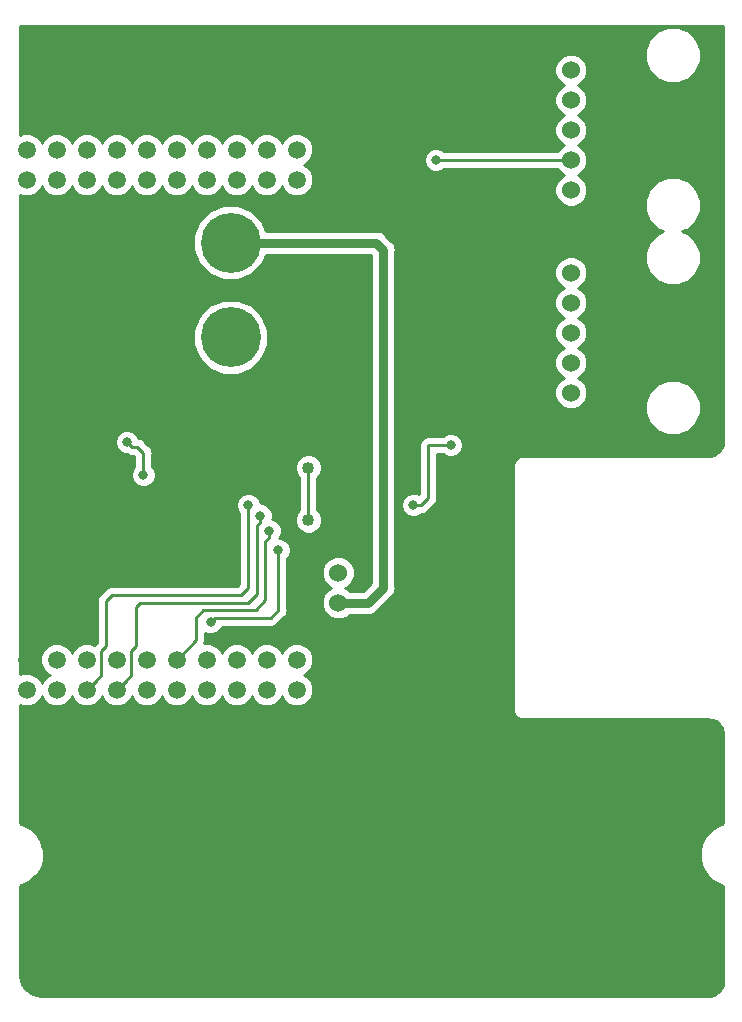
<source format=gbr>
G04 #@! TF.GenerationSoftware,KiCad,Pcbnew,(5.0.0)*
G04 #@! TF.CreationDate,2018-09-29T17:06:36-05:00*
G04 #@! TF.ProjectId,DriveBoard_Hardware,4472697665426F6172645F4861726477,rev?*
G04 #@! TF.SameCoordinates,Original*
G04 #@! TF.FileFunction,Copper,L2,Bot,Signal*
G04 #@! TF.FilePolarity,Positive*
%FSLAX46Y46*%
G04 Gerber Fmt 4.6, Leading zero omitted, Abs format (unit mm)*
G04 Created by KiCad (PCBNEW (5.0.0)) date 09/29/18 17:06:36*
%MOMM*%
%LPD*%
G01*
G04 APERTURE LIST*
G04 #@! TA.AperFunction,ComponentPad*
%ADD10C,1.524000*%
G04 #@! TD*
G04 #@! TA.AperFunction,ComponentPad*
%ADD11C,5.080000*%
G04 #@! TD*
G04 #@! TA.AperFunction,ComponentPad*
%ADD12C,1.520000*%
G04 #@! TD*
G04 #@! TA.AperFunction,ViaPad*
%ADD13C,0.800000*%
G04 #@! TD*
G04 #@! TA.AperFunction,ViaPad*
%ADD14C,1.016000*%
G04 #@! TD*
G04 #@! TA.AperFunction,Conductor*
%ADD15C,0.762000*%
G04 #@! TD*
G04 #@! TA.AperFunction,Conductor*
%ADD16C,0.254000*%
G04 #@! TD*
G04 #@! TA.AperFunction,Conductor*
%ADD17C,0.250000*%
G04 #@! TD*
G04 APERTURE END LIST*
D10*
G04 #@! TO.P,U3,1*
G04 #@! TO.N,/+12V*
X55880000Y-93980000D03*
G04 #@! TO.P,U3,2*
G04 #@! TO.N,GND*
X55880000Y-91440000D03*
G04 #@! TO.P,U3,3*
G04 #@! TO.N,+5V*
X55880000Y-88900000D03*
G04 #@! TD*
D11*
G04 #@! TO.P,Conn1,1*
G04 #@! TO.N,GND*
X46761400Y-71502000D03*
G04 #@! TO.P,Conn1,2*
G04 #@! TO.N,/+12V*
X46761400Y-63501000D03*
G04 #@! TD*
D10*
G04 #@! TO.P,Conn2,1*
G04 #@! TO.N,Net-(Conn2-Pad1)*
X75565000Y-66040000D03*
G04 #@! TO.P,Conn2,2*
G04 #@! TO.N,Net-(Conn2-Pad2)*
X75565000Y-68580000D03*
G04 #@! TO.P,Conn2,3*
G04 #@! TO.N,GND*
X75565000Y-71120000D03*
G04 #@! TO.P,Conn2,4*
G04 #@! TO.N,TX_1_SL*
X75565000Y-73660000D03*
G04 #@! TO.P,Conn2,5*
G04 #@! TO.N,RX_1_SL*
X75565000Y-76200000D03*
G04 #@! TD*
G04 #@! TO.P,Conn3,5*
G04 #@! TO.N,RX_2_SL*
X75565000Y-59055000D03*
G04 #@! TO.P,Conn3,4*
G04 #@! TO.N,TX_2_SL*
X75565000Y-56515000D03*
G04 #@! TO.P,Conn3,3*
G04 #@! TO.N,GND*
X75565000Y-53975000D03*
G04 #@! TO.P,Conn3,2*
G04 #@! TO.N,Net-(Conn3-Pad2)*
X75565000Y-51435000D03*
G04 #@! TO.P,Conn3,1*
G04 #@! TO.N,Net-(Conn3-Pad1)*
X75565000Y-48895000D03*
G04 #@! TD*
D12*
G04 #@! TO.P,U1,+3V3*
G04 #@! TO.N,Net-(U1-Pad+3V3)*
X29489001Y-101345001D03*
G04 #@! TO.P,U1,PM6*
G04 #@! TO.N,Net-(U1-PadPM6)*
X52349001Y-55625001D03*
G04 #@! TO.P,U1,PQ1*
G04 #@! TO.N,Net-(U1-PadPQ1)*
X49809001Y-55625001D03*
G04 #@! TO.P,U1,PQ2*
G04 #@! TO.N,Net-(U1-PadPQ2)*
X42189001Y-55625001D03*
G04 #@! TO.P,U1,PK0*
G04 #@! TO.N,RX_2_IC*
X39649001Y-98805001D03*
G04 #@! TO.P,U1,PQ3*
G04 #@! TO.N,Net-(U1-PadPQ3)*
X44729001Y-55625001D03*
G04 #@! TO.P,U1,PP3*
G04 #@! TO.N,Net-(U1-PadPP3)*
X47269001Y-55625001D03*
G04 #@! TO.P,U1,PQ0*
G04 #@! TO.N,Net-(U1-PadPQ0)*
X44729001Y-101345001D03*
G04 #@! TO.P,U1,PA4*
G04 #@! TO.N,Net-(U1-PadPA4)*
X49809001Y-98805001D03*
G04 #@! TO.P,U1,Rese*
G04 #@! TO.N,Net-(U1-PadRese)*
X39649001Y-55625001D03*
G04 #@! TO.P,U1,PA7*
G04 #@! TO.N,Net-(U1-PadPA7)*
X37109001Y-55625001D03*
G04 #@! TO.P,U1,PN5*
G04 #@! TO.N,Net-(U1-PadPN5)*
X49809001Y-101345001D03*
G04 #@! TO.P,U1,PK2*
G04 #@! TO.N,Net-(U1-PadPK2)*
X44729001Y-98805001D03*
G04 #@! TO.P,U1,PK1*
G04 #@! TO.N,TX_2_IC*
X42189001Y-98805001D03*
G04 #@! TO.P,U1,+5V*
G04 #@! TO.N,+5V*
X29489001Y-98805001D03*
G04 #@! TO.P,U1,GND*
G04 #@! TO.N,GND*
X32029001Y-98805001D03*
G04 #@! TO.P,U1,PB4*
G04 #@! TO.N,Net-(U1-PadPB4)*
X34569001Y-98805001D03*
G04 #@! TO.P,U1,PB5*
G04 #@! TO.N,Net-(U1-PadPB5)*
X37109001Y-98805001D03*
G04 #@! TO.P,U1,PK3*
G04 #@! TO.N,Net-(U1-PadPK3)*
X47269001Y-98805001D03*
G04 #@! TO.P,U1,PA5*
G04 #@! TO.N,Net-(U1-PadPA5)*
X52349001Y-98805001D03*
G04 #@! TO.P,U1,PD2*
G04 #@! TO.N,Net-(U1-PadPD2)*
X32029001Y-101345001D03*
G04 #@! TO.P,U1,PP0*
G04 #@! TO.N,RX_1_IC*
X34569001Y-101345001D03*
G04 #@! TO.P,U1,PP1*
G04 #@! TO.N,TX_1_IC*
X37109001Y-101345001D03*
G04 #@! TO.P,U1,PD4*
G04 #@! TO.N,Net-(U1-PadPD4)*
X39649001Y-101345001D03*
G04 #@! TO.P,U1,PD5*
G04 #@! TO.N,Net-(U1-PadPD5)*
X42189001Y-101345001D03*
G04 #@! TO.P,U1,PP4*
G04 #@! TO.N,Net-(U1-PadPP4)*
X47269001Y-101345001D03*
G04 #@! TO.P,U1,PN4*
G04 #@! TO.N,Net-(U1-PadPN4)*
X52349001Y-101345001D03*
G04 #@! TO.P,U1,PG1*
G04 #@! TO.N,Net-(U1-PadPG1)*
X29489001Y-58165001D03*
G04 #@! TO.P,U1,PK4*
G04 #@! TO.N,Net-(U1-PadPK4)*
X32029001Y-58165001D03*
G04 #@! TO.P,U1,PK5*
G04 #@! TO.N,Net-(U1-PadPK5)*
X34569001Y-58165001D03*
G04 #@! TO.P,U1,PM0*
G04 #@! TO.N,Net-(U1-PadPM0)*
X37109001Y-58165001D03*
G04 #@! TO.P,U1,PM1*
G04 #@! TO.N,Net-(U1-PadPM1)*
X39649001Y-58165001D03*
G04 #@! TO.P,U1,PM2*
G04 #@! TO.N,Net-(U1-PadPM2)*
X42189001Y-58165001D03*
G04 #@! TO.P,U1,PH0*
G04 #@! TO.N,Net-(U1-PadPH0)*
X44729001Y-58165001D03*
G04 #@! TO.P,U1,PH1*
G04 #@! TO.N,Net-(U1-PadPH1)*
X47269001Y-58165001D03*
G04 #@! TO.P,U1,PK6*
G04 #@! TO.N,Net-(U1-PadPK6)*
X49809001Y-58165001D03*
G04 #@! TO.P,U1,PK7*
G04 #@! TO.N,Net-(U1-PadPK7)*
X52349001Y-58165001D03*
G04 #@! TO.P,U1,GND*
G04 #@! TO.N,GND*
X29489001Y-55625001D03*
G04 #@! TO.P,U1,PM7*
G04 #@! TO.N,Net-(U1-PadPM7)*
X32029001Y-55625001D03*
G04 #@! TO.P,U1,PP5*
G04 #@! TO.N,Net-(U1-PadPP5)*
X34569001Y-55625001D03*
G04 #@! TD*
D13*
G04 #@! TO.N,Net-(C4-Pad2)*
X39370000Y-83185000D03*
X37973000Y-80391000D03*
G04 #@! TO.N,+5V*
X48260000Y-80645000D03*
X50165000Y-78105000D03*
D14*
G04 #@! TO.N,TX_2_SL*
X53340000Y-82550000D03*
D13*
G04 #@! TO.N,RX_2_SL*
X65405000Y-80645000D03*
X62230000Y-85725000D03*
G04 #@! TO.N,TX_2_SL*
X64135000Y-56515000D03*
D14*
X53340000Y-86995000D03*
D13*
G04 #@! TO.N,RX_2_IC*
X50800000Y-89535000D03*
X45085000Y-95631000D03*
G04 #@! TO.N,TX_2_IC*
X50038000Y-87884000D03*
G04 #@! TO.N,RX_1_IC*
X48260000Y-85725000D03*
G04 #@! TO.N,TX_1_IC*
X49276000Y-86614000D03*
G04 #@! TD*
D15*
G04 #@! TO.N,/+12V*
X59055000Y-63500000D02*
X56287400Y-63500000D01*
X59690000Y-64135000D02*
X59055000Y-63500000D01*
X59690000Y-92710000D02*
X59690000Y-64135000D01*
X58420000Y-93980000D02*
X59690000Y-92710000D01*
X55880000Y-93980000D02*
X58420000Y-93980000D01*
X56286400Y-63501000D02*
X46761400Y-63501000D01*
X56287400Y-63500000D02*
X56286400Y-63501000D01*
D16*
G04 #@! TO.N,Net-(C4-Pad2)*
X37973000Y-80391000D02*
X38372999Y-80790999D01*
X39370000Y-81298999D02*
X38862000Y-80790999D01*
X39370000Y-81407000D02*
X39370000Y-81298999D01*
X38372999Y-80790999D02*
X38862000Y-80790999D01*
X39370000Y-81407000D02*
X39370000Y-81280000D01*
X39370000Y-83185000D02*
X39370000Y-81407000D01*
G04 #@! TO.N,RX_2_SL*
X65405000Y-80645000D02*
X64135000Y-80645000D01*
X64135000Y-80645000D02*
X63500000Y-80645000D01*
X63500000Y-80645000D02*
X63500000Y-85090000D01*
X63500000Y-85090000D02*
X62865000Y-85725000D01*
X62865000Y-85725000D02*
X62230000Y-85725000D01*
D17*
X62230000Y-85725000D02*
X62230000Y-85725000D01*
D16*
G04 #@! TO.N,TX_2_SL*
X75565000Y-56515000D02*
X64135000Y-56515000D01*
D17*
X64135000Y-56515000D02*
X64135000Y-56515000D01*
D16*
X53340000Y-86995000D02*
X53340000Y-82550000D01*
G04 #@! TO.N,RX_2_IC*
X50800000Y-89535000D02*
X50800000Y-94615000D01*
X50800000Y-94615000D02*
X50165000Y-95250000D01*
X45466000Y-95250000D02*
X45085000Y-95631000D01*
X50165000Y-95250000D02*
X45466000Y-95250000D01*
G04 #@! TO.N,TX_2_IC*
X43815000Y-97179002D02*
X42189001Y-98805001D01*
X43815000Y-95250000D02*
X43815000Y-97179002D01*
X44450000Y-94615000D02*
X43815000Y-95250000D01*
X48895000Y-94615000D02*
X44450000Y-94615000D01*
X50038000Y-87884000D02*
X50038000Y-88449685D01*
X50038000Y-88449685D02*
X49657000Y-88830685D01*
X49657000Y-92202000D02*
X49710000Y-92255000D01*
X49710000Y-92255000D02*
X49710000Y-93800000D01*
X49657000Y-88830685D02*
X49657000Y-92202000D01*
X49710000Y-93800000D02*
X48895000Y-94615000D01*
G04 #@! TO.N,RX_1_IC*
X48260000Y-85725000D02*
X48260000Y-92710000D01*
X48260000Y-92710000D02*
X47625000Y-93345000D01*
X35329000Y-100585002D02*
X34569001Y-101345001D01*
X36195000Y-97663000D02*
X35814000Y-98044000D01*
X35814000Y-100100002D02*
X35329000Y-100585002D01*
X35814000Y-98044000D02*
X35814000Y-100100002D01*
X36703000Y-93345000D02*
X36195000Y-93853000D01*
X36195000Y-93853000D02*
X36195000Y-97663000D01*
X47625000Y-93345000D02*
X36703000Y-93345000D01*
G04 #@! TO.N,TX_1_IC*
X48985000Y-93255000D02*
X48260000Y-93980000D01*
X37869000Y-100585002D02*
X37109001Y-101345001D01*
X48985000Y-87470685D02*
X48985000Y-93255000D01*
X49276000Y-87179685D02*
X48985000Y-87470685D01*
X49276000Y-86614000D02*
X49276000Y-87179685D01*
X38735000Y-97663000D02*
X38354000Y-98044000D01*
X38354000Y-100100002D02*
X37869000Y-100585002D01*
X38354000Y-98044000D02*
X38354000Y-100100002D01*
X39116000Y-93980000D02*
X38735000Y-94361000D01*
X38735000Y-94361000D02*
X38735000Y-97663000D01*
X48260000Y-93980000D02*
X39116000Y-93980000D01*
G04 #@! TD*
G04 #@! TO.N,+5V*
G36*
X88469364Y-80213667D02*
X88409310Y-80633009D01*
X88255019Y-80972352D01*
X88011688Y-81254752D01*
X87698879Y-81457506D01*
X87318215Y-81571348D01*
X87121049Y-81586000D01*
X71469326Y-81586000D01*
X71399400Y-81572091D01*
X71329475Y-81586000D01*
X71329474Y-81586000D01*
X71122372Y-81627195D01*
X70887519Y-81784119D01*
X70730595Y-82018972D01*
X70675491Y-82296000D01*
X70689401Y-82365931D01*
X70689400Y-103054074D01*
X70675491Y-103124000D01*
X70730595Y-103401028D01*
X70887519Y-103635881D01*
X71122372Y-103792805D01*
X71281971Y-103824551D01*
X71399400Y-103847909D01*
X71469325Y-103834000D01*
X87096819Y-103834000D01*
X87516409Y-103894090D01*
X87855752Y-104048381D01*
X88138152Y-104291712D01*
X88340906Y-104604523D01*
X88454748Y-104985184D01*
X88469400Y-105182350D01*
X88469401Y-112673281D01*
X88383891Y-112699423D01*
X88291433Y-112726460D01*
X88283559Y-112730098D01*
X87762044Y-112974948D01*
X87681475Y-113027872D01*
X87600327Y-113079768D01*
X87593790Y-113085470D01*
X87161958Y-113466851D01*
X87099496Y-113540244D01*
X87036160Y-113612847D01*
X87031487Y-113620154D01*
X86724054Y-114107407D01*
X86684698Y-114195387D01*
X86644289Y-114282840D01*
X86641857Y-114291160D01*
X86641854Y-114291166D01*
X86641853Y-114291173D01*
X86483534Y-114845118D01*
X86470456Y-114940586D01*
X86456213Y-115035890D01*
X86456213Y-115044564D01*
X86459733Y-115620687D01*
X86473988Y-115716068D01*
X86487054Y-115811455D01*
X86489488Y-115819781D01*
X86654564Y-116371758D01*
X86694991Y-116459250D01*
X86734330Y-116547194D01*
X86739003Y-116554501D01*
X87052366Y-117037961D01*
X87115728Y-117110594D01*
X87178163Y-117183955D01*
X87184696Y-117189654D01*
X87184700Y-117189658D01*
X87184705Y-117189661D01*
X87621159Y-117565734D01*
X87702342Y-117617653D01*
X87782875Y-117670554D01*
X87790746Y-117674190D01*
X87790749Y-117674192D01*
X87790752Y-117674193D01*
X88315217Y-117912653D01*
X88407709Y-117939700D01*
X88469400Y-117958561D01*
X88469401Y-125933412D01*
X88409310Y-126353009D01*
X88255019Y-126692352D01*
X88011688Y-126974752D01*
X87698879Y-127177506D01*
X87318215Y-127291348D01*
X87121049Y-127306000D01*
X30804067Y-127306000D01*
X30305701Y-127243042D01*
X29880511Y-127074697D01*
X29510541Y-126805899D01*
X29219045Y-126453541D01*
X29024333Y-126039756D01*
X28932307Y-125557339D01*
X28929400Y-125464836D01*
X28929400Y-117958719D01*
X29014909Y-117932577D01*
X29107367Y-117905540D01*
X29115241Y-117901902D01*
X29636756Y-117657052D01*
X29717325Y-117604128D01*
X29798473Y-117552232D01*
X29805010Y-117546530D01*
X30236842Y-117165149D01*
X30299287Y-117091776D01*
X30362640Y-117019153D01*
X30367313Y-117011846D01*
X30674746Y-116524593D01*
X30714087Y-116436645D01*
X30754511Y-116349160D01*
X30756945Y-116340835D01*
X30915266Y-115786882D01*
X30928343Y-115691421D01*
X30942587Y-115596111D01*
X30942587Y-115587436D01*
X30939067Y-115011313D01*
X30924814Y-114915943D01*
X30911746Y-114820544D01*
X30909312Y-114812219D01*
X30744236Y-114260241D01*
X30703818Y-114172769D01*
X30664471Y-114084806D01*
X30659797Y-114077499D01*
X30346434Y-113594040D01*
X30283107Y-113521447D01*
X30220637Y-113448045D01*
X30214100Y-113442343D01*
X29777641Y-113066266D01*
X29696458Y-113014347D01*
X29615925Y-112961446D01*
X29608054Y-112957810D01*
X29608051Y-112957808D01*
X29608048Y-112957807D01*
X29083583Y-112719347D01*
X28991091Y-112692300D01*
X28929174Y-112673370D01*
X28925465Y-102621514D01*
X29211518Y-102740001D01*
X29766484Y-102740001D01*
X30279205Y-102527625D01*
X30671625Y-102135205D01*
X30759001Y-101924261D01*
X30846377Y-102135205D01*
X31238797Y-102527625D01*
X31751518Y-102740001D01*
X32306484Y-102740001D01*
X32819205Y-102527625D01*
X33211625Y-102135205D01*
X33299001Y-101924261D01*
X33386377Y-102135205D01*
X33778797Y-102527625D01*
X34291518Y-102740001D01*
X34846484Y-102740001D01*
X35359205Y-102527625D01*
X35751625Y-102135205D01*
X35839001Y-101924261D01*
X35926377Y-102135205D01*
X36318797Y-102527625D01*
X36831518Y-102740001D01*
X37386484Y-102740001D01*
X37899205Y-102527625D01*
X38291625Y-102135205D01*
X38379001Y-101924261D01*
X38466377Y-102135205D01*
X38858797Y-102527625D01*
X39371518Y-102740001D01*
X39926484Y-102740001D01*
X40439205Y-102527625D01*
X40831625Y-102135205D01*
X40919001Y-101924261D01*
X41006377Y-102135205D01*
X41398797Y-102527625D01*
X41911518Y-102740001D01*
X42466484Y-102740001D01*
X42979205Y-102527625D01*
X43371625Y-102135205D01*
X43459001Y-101924261D01*
X43546377Y-102135205D01*
X43938797Y-102527625D01*
X44451518Y-102740001D01*
X45006484Y-102740001D01*
X45519205Y-102527625D01*
X45911625Y-102135205D01*
X45999001Y-101924261D01*
X46086377Y-102135205D01*
X46478797Y-102527625D01*
X46991518Y-102740001D01*
X47546484Y-102740001D01*
X48059205Y-102527625D01*
X48451625Y-102135205D01*
X48539001Y-101924261D01*
X48626377Y-102135205D01*
X49018797Y-102527625D01*
X49531518Y-102740001D01*
X50086484Y-102740001D01*
X50599205Y-102527625D01*
X50991625Y-102135205D01*
X51079001Y-101924261D01*
X51166377Y-102135205D01*
X51558797Y-102527625D01*
X52071518Y-102740001D01*
X52626484Y-102740001D01*
X53139205Y-102527625D01*
X53531625Y-102135205D01*
X53744001Y-101622484D01*
X53744001Y-101067518D01*
X53531625Y-100554797D01*
X53139205Y-100162377D01*
X52928261Y-100075001D01*
X53139205Y-99987625D01*
X53531625Y-99595205D01*
X53744001Y-99082484D01*
X53744001Y-98527518D01*
X53531625Y-98014797D01*
X53139205Y-97622377D01*
X52626484Y-97410001D01*
X52071518Y-97410001D01*
X51558797Y-97622377D01*
X51166377Y-98014797D01*
X51079001Y-98225741D01*
X50991625Y-98014797D01*
X50599205Y-97622377D01*
X50086484Y-97410001D01*
X49531518Y-97410001D01*
X49018797Y-97622377D01*
X48626377Y-98014797D01*
X48539001Y-98225741D01*
X48451625Y-98014797D01*
X48059205Y-97622377D01*
X47546484Y-97410001D01*
X46991518Y-97410001D01*
X46478797Y-97622377D01*
X46086377Y-98014797D01*
X45999001Y-98225741D01*
X45911625Y-98014797D01*
X45519205Y-97622377D01*
X45006484Y-97410001D01*
X44545979Y-97410001D01*
X44577000Y-97254050D01*
X44577000Y-97254049D01*
X44591928Y-97179002D01*
X44577000Y-97103955D01*
X44577000Y-96540856D01*
X44879126Y-96666000D01*
X45290874Y-96666000D01*
X45671280Y-96508431D01*
X45962431Y-96217280D01*
X46047461Y-96012000D01*
X50089957Y-96012000D01*
X50165000Y-96026927D01*
X50240043Y-96012000D01*
X50240048Y-96012000D01*
X50462317Y-95967788D01*
X50714371Y-95799371D01*
X50756883Y-95735747D01*
X51285749Y-95206882D01*
X51349371Y-95164371D01*
X51517788Y-94912317D01*
X51562000Y-94690048D01*
X51562000Y-94690047D01*
X51576928Y-94615000D01*
X51562000Y-94539953D01*
X51562000Y-90236711D01*
X51677431Y-90121280D01*
X51835000Y-89740874D01*
X51835000Y-89329126D01*
X51677431Y-88948720D01*
X51386280Y-88657569D01*
X51005874Y-88500000D01*
X50885711Y-88500000D01*
X50915431Y-88470280D01*
X51073000Y-88089874D01*
X51073000Y-87678126D01*
X50915431Y-87297720D01*
X50624280Y-87006569D01*
X50290872Y-86868467D01*
X50311000Y-86819874D01*
X50311000Y-86408126D01*
X50153431Y-86027720D01*
X49862280Y-85736569D01*
X49481874Y-85579000D01*
X49295000Y-85579000D01*
X49295000Y-85519126D01*
X49137431Y-85138720D01*
X48846280Y-84847569D01*
X48465874Y-84690000D01*
X48054126Y-84690000D01*
X47673720Y-84847569D01*
X47382569Y-85138720D01*
X47225000Y-85519126D01*
X47225000Y-85930874D01*
X47382569Y-86311280D01*
X47498000Y-86426711D01*
X47498001Y-92394368D01*
X47309370Y-92583000D01*
X36778042Y-92583000D01*
X36702999Y-92568073D01*
X36627956Y-92583000D01*
X36627952Y-92583000D01*
X36405683Y-92627212D01*
X36405682Y-92627213D01*
X36405681Y-92627213D01*
X36351946Y-92663118D01*
X36153629Y-92795629D01*
X36111116Y-92859254D01*
X35709254Y-93261116D01*
X35645629Y-93303629D01*
X35477212Y-93555684D01*
X35433000Y-93777953D01*
X35433000Y-93777957D01*
X35418073Y-93853000D01*
X35433000Y-93928043D01*
X35433001Y-97347369D01*
X35328254Y-97452116D01*
X35264629Y-97494629D01*
X35218276Y-97564002D01*
X34846484Y-97410001D01*
X34291518Y-97410001D01*
X33778797Y-97622377D01*
X33386377Y-98014797D01*
X33299001Y-98225741D01*
X33211625Y-98014797D01*
X32819205Y-97622377D01*
X32306484Y-97410001D01*
X31751518Y-97410001D01*
X31238797Y-97622377D01*
X30846377Y-98014797D01*
X30634001Y-98527518D01*
X30634001Y-99082484D01*
X30846377Y-99595205D01*
X31238797Y-99987625D01*
X31449741Y-100075001D01*
X31238797Y-100162377D01*
X30846377Y-100554797D01*
X30759001Y-100765741D01*
X30671625Y-100554797D01*
X30279205Y-100162377D01*
X29766484Y-99950001D01*
X29211518Y-99950001D01*
X28924523Y-100068878D01*
X28917186Y-80185126D01*
X36938000Y-80185126D01*
X36938000Y-80596874D01*
X37095569Y-80977280D01*
X37386720Y-81268431D01*
X37767126Y-81426000D01*
X37951782Y-81426000D01*
X38075682Y-81508787D01*
X38297951Y-81552999D01*
X38297955Y-81552999D01*
X38372998Y-81567926D01*
X38448041Y-81552999D01*
X38546370Y-81552999D01*
X38608001Y-81614630D01*
X38608000Y-82483289D01*
X38492569Y-82598720D01*
X38335000Y-82979126D01*
X38335000Y-83390874D01*
X38492569Y-83771280D01*
X38783720Y-84062431D01*
X39164126Y-84220000D01*
X39575874Y-84220000D01*
X39956280Y-84062431D01*
X40247431Y-83771280D01*
X40405000Y-83390874D01*
X40405000Y-82979126D01*
X40247431Y-82598720D01*
X40132000Y-82483289D01*
X40132000Y-82322643D01*
X52197000Y-82322643D01*
X52197000Y-82777357D01*
X52371011Y-83197458D01*
X52578001Y-83404448D01*
X52578000Y-86140553D01*
X52371011Y-86347542D01*
X52197000Y-86767643D01*
X52197000Y-87222357D01*
X52371011Y-87642458D01*
X52692542Y-87963989D01*
X53112643Y-88138000D01*
X53567357Y-88138000D01*
X53987458Y-87963989D01*
X54308989Y-87642458D01*
X54483000Y-87222357D01*
X54483000Y-86767643D01*
X54308989Y-86347542D01*
X54102000Y-86140553D01*
X54102000Y-83404447D01*
X54308989Y-83197458D01*
X54483000Y-82777357D01*
X54483000Y-82322643D01*
X54308989Y-81902542D01*
X53987458Y-81581011D01*
X53567357Y-81407000D01*
X53112643Y-81407000D01*
X52692542Y-81581011D01*
X52371011Y-81902542D01*
X52197000Y-82322643D01*
X40132000Y-82322643D01*
X40132000Y-81374041D01*
X40146927Y-81298998D01*
X40132000Y-81223955D01*
X40132000Y-81204953D01*
X40087788Y-80982684D01*
X39919371Y-80730629D01*
X39798490Y-80649859D01*
X39453884Y-80305253D01*
X39411371Y-80241628D01*
X39159317Y-80073211D01*
X38943894Y-80030361D01*
X38850431Y-79804720D01*
X38559280Y-79513569D01*
X38178874Y-79356000D01*
X37767126Y-79356000D01*
X37386720Y-79513569D01*
X37095569Y-79804720D01*
X36938000Y-80185126D01*
X28917186Y-80185126D01*
X28913750Y-70870453D01*
X43586400Y-70870453D01*
X43586400Y-72133547D01*
X44069765Y-73300493D01*
X44962907Y-74193635D01*
X46129853Y-74677000D01*
X47392947Y-74677000D01*
X48559893Y-74193635D01*
X49453035Y-73300493D01*
X49936400Y-72133547D01*
X49936400Y-70870453D01*
X49453035Y-69703507D01*
X48559893Y-68810365D01*
X47392947Y-68327000D01*
X46129853Y-68327000D01*
X44962907Y-68810365D01*
X44069765Y-69703507D01*
X43586400Y-70870453D01*
X28913750Y-70870453D01*
X28910797Y-62869453D01*
X43586400Y-62869453D01*
X43586400Y-64132547D01*
X44069765Y-65299493D01*
X44962907Y-66192635D01*
X46129853Y-66676000D01*
X47392947Y-66676000D01*
X48559893Y-66192635D01*
X49453035Y-65299493D01*
X49777154Y-64517000D01*
X56186337Y-64517000D01*
X56286400Y-64536904D01*
X56386463Y-64517000D01*
X56386465Y-64517000D01*
X56391492Y-64516000D01*
X58634160Y-64516000D01*
X58674001Y-64555841D01*
X58674000Y-92289159D01*
X57999160Y-92964000D01*
X56839657Y-92964000D01*
X56671337Y-92795680D01*
X56464487Y-92710000D01*
X56671337Y-92624320D01*
X57064320Y-92231337D01*
X57277000Y-91717881D01*
X57277000Y-91162119D01*
X57064320Y-90648663D01*
X56671337Y-90255680D01*
X56157881Y-90043000D01*
X55602119Y-90043000D01*
X55088663Y-90255680D01*
X54695680Y-90648663D01*
X54483000Y-91162119D01*
X54483000Y-91717881D01*
X54695680Y-92231337D01*
X55088663Y-92624320D01*
X55295513Y-92710000D01*
X55088663Y-92795680D01*
X54695680Y-93188663D01*
X54483000Y-93702119D01*
X54483000Y-94257881D01*
X54695680Y-94771337D01*
X55088663Y-95164320D01*
X55602119Y-95377000D01*
X56157881Y-95377000D01*
X56671337Y-95164320D01*
X56839657Y-94996000D01*
X58319937Y-94996000D01*
X58420000Y-95015904D01*
X58520063Y-94996000D01*
X58520065Y-94996000D01*
X58816423Y-94937051D01*
X59152495Y-94712495D01*
X59209180Y-94627661D01*
X60337664Y-93499177D01*
X60422495Y-93442495D01*
X60647051Y-93106423D01*
X60706000Y-92810065D01*
X60706000Y-92810064D01*
X60725904Y-92710001D01*
X60706000Y-92609937D01*
X60706000Y-85519126D01*
X61195000Y-85519126D01*
X61195000Y-85930874D01*
X61352569Y-86311280D01*
X61643720Y-86602431D01*
X62024126Y-86760000D01*
X62435874Y-86760000D01*
X62816280Y-86602431D01*
X62929642Y-86489069D01*
X62940043Y-86487000D01*
X62940048Y-86487000D01*
X63162317Y-86442788D01*
X63414371Y-86274371D01*
X63456883Y-86210747D01*
X63985749Y-85681882D01*
X64049371Y-85639371D01*
X64217788Y-85387317D01*
X64262000Y-85165048D01*
X64262000Y-85165047D01*
X64276928Y-85090000D01*
X64262000Y-85014953D01*
X64262000Y-81407000D01*
X64703289Y-81407000D01*
X64818720Y-81522431D01*
X65199126Y-81680000D01*
X65610874Y-81680000D01*
X65991280Y-81522431D01*
X66282431Y-81231280D01*
X66440000Y-80850874D01*
X66440000Y-80439126D01*
X66282431Y-80058720D01*
X65991280Y-79767569D01*
X65610874Y-79610000D01*
X65199126Y-79610000D01*
X64818720Y-79767569D01*
X64703289Y-79883000D01*
X63575048Y-79883000D01*
X63500000Y-79868072D01*
X63424952Y-79883000D01*
X63202683Y-79927212D01*
X62950629Y-80095629D01*
X62782212Y-80347683D01*
X62723072Y-80645000D01*
X62738000Y-80720048D01*
X62738001Y-84774368D01*
X62709168Y-84803202D01*
X62435874Y-84690000D01*
X62024126Y-84690000D01*
X61643720Y-84847569D01*
X61352569Y-85138720D01*
X61195000Y-85519126D01*
X60706000Y-85519126D01*
X60706000Y-65762119D01*
X74168000Y-65762119D01*
X74168000Y-66317881D01*
X74380680Y-66831337D01*
X74773663Y-67224320D01*
X74980513Y-67310000D01*
X74773663Y-67395680D01*
X74380680Y-67788663D01*
X74168000Y-68302119D01*
X74168000Y-68857881D01*
X74380680Y-69371337D01*
X74773663Y-69764320D01*
X74980513Y-69850000D01*
X74773663Y-69935680D01*
X74380680Y-70328663D01*
X74168000Y-70842119D01*
X74168000Y-71397881D01*
X74380680Y-71911337D01*
X74773663Y-72304320D01*
X74980513Y-72390000D01*
X74773663Y-72475680D01*
X74380680Y-72868663D01*
X74168000Y-73382119D01*
X74168000Y-73937881D01*
X74380680Y-74451337D01*
X74773663Y-74844320D01*
X74980513Y-74930000D01*
X74773663Y-75015680D01*
X74380680Y-75408663D01*
X74168000Y-75922119D01*
X74168000Y-76477881D01*
X74380680Y-76991337D01*
X74773663Y-77384320D01*
X75287119Y-77597000D01*
X75842881Y-77597000D01*
X76356337Y-77384320D01*
X76740090Y-77000567D01*
X81841000Y-77000567D01*
X81841000Y-77939433D01*
X82200289Y-78806833D01*
X82864167Y-79470711D01*
X83731567Y-79830000D01*
X84670433Y-79830000D01*
X85537833Y-79470711D01*
X86201711Y-78806833D01*
X86561000Y-77939433D01*
X86561000Y-77000567D01*
X86201711Y-76133167D01*
X85537833Y-75469289D01*
X84670433Y-75110000D01*
X83731567Y-75110000D01*
X82864167Y-75469289D01*
X82200289Y-76133167D01*
X81841000Y-77000567D01*
X76740090Y-77000567D01*
X76749320Y-76991337D01*
X76962000Y-76477881D01*
X76962000Y-75922119D01*
X76749320Y-75408663D01*
X76356337Y-75015680D01*
X76149487Y-74930000D01*
X76356337Y-74844320D01*
X76749320Y-74451337D01*
X76962000Y-73937881D01*
X76962000Y-73382119D01*
X76749320Y-72868663D01*
X76356337Y-72475680D01*
X76149487Y-72390000D01*
X76356337Y-72304320D01*
X76749320Y-71911337D01*
X76962000Y-71397881D01*
X76962000Y-70842119D01*
X76749320Y-70328663D01*
X76356337Y-69935680D01*
X76149487Y-69850000D01*
X76356337Y-69764320D01*
X76749320Y-69371337D01*
X76962000Y-68857881D01*
X76962000Y-68302119D01*
X76749320Y-67788663D01*
X76356337Y-67395680D01*
X76149487Y-67310000D01*
X76356337Y-67224320D01*
X76749320Y-66831337D01*
X76962000Y-66317881D01*
X76962000Y-65762119D01*
X76749320Y-65248663D01*
X76356337Y-64855680D01*
X75842881Y-64643000D01*
X75287119Y-64643000D01*
X74773663Y-64855680D01*
X74380680Y-65248663D01*
X74168000Y-65762119D01*
X60706000Y-65762119D01*
X60706000Y-64235064D01*
X60725904Y-64135000D01*
X60678647Y-63897423D01*
X60647051Y-63738577D01*
X60422495Y-63402505D01*
X60337660Y-63345820D01*
X59844180Y-62852340D01*
X59787495Y-62767505D01*
X59451423Y-62542949D01*
X59155065Y-62484000D01*
X59155063Y-62484000D01*
X59055000Y-62464096D01*
X58954937Y-62484000D01*
X56387463Y-62484000D01*
X56287399Y-62464096D01*
X56187336Y-62484000D01*
X56187335Y-62484000D01*
X56182308Y-62485000D01*
X49777154Y-62485000D01*
X49453035Y-61702507D01*
X48559893Y-60809365D01*
X47392947Y-60326000D01*
X46129853Y-60326000D01*
X44962907Y-60809365D01*
X44069765Y-61702507D01*
X43586400Y-62869453D01*
X28910797Y-62869453D01*
X28909529Y-59434913D01*
X29211518Y-59560001D01*
X29766484Y-59560001D01*
X30279205Y-59347625D01*
X30671625Y-58955205D01*
X30759001Y-58744261D01*
X30846377Y-58955205D01*
X31238797Y-59347625D01*
X31751518Y-59560001D01*
X32306484Y-59560001D01*
X32819205Y-59347625D01*
X33211625Y-58955205D01*
X33299001Y-58744261D01*
X33386377Y-58955205D01*
X33778797Y-59347625D01*
X34291518Y-59560001D01*
X34846484Y-59560001D01*
X35359205Y-59347625D01*
X35751625Y-58955205D01*
X35839001Y-58744261D01*
X35926377Y-58955205D01*
X36318797Y-59347625D01*
X36831518Y-59560001D01*
X37386484Y-59560001D01*
X37899205Y-59347625D01*
X38291625Y-58955205D01*
X38379001Y-58744261D01*
X38466377Y-58955205D01*
X38858797Y-59347625D01*
X39371518Y-59560001D01*
X39926484Y-59560001D01*
X40439205Y-59347625D01*
X40831625Y-58955205D01*
X40919001Y-58744261D01*
X41006377Y-58955205D01*
X41398797Y-59347625D01*
X41911518Y-59560001D01*
X42466484Y-59560001D01*
X42979205Y-59347625D01*
X43371625Y-58955205D01*
X43459001Y-58744261D01*
X43546377Y-58955205D01*
X43938797Y-59347625D01*
X44451518Y-59560001D01*
X45006484Y-59560001D01*
X45519205Y-59347625D01*
X45911625Y-58955205D01*
X45999001Y-58744261D01*
X46086377Y-58955205D01*
X46478797Y-59347625D01*
X46991518Y-59560001D01*
X47546484Y-59560001D01*
X48059205Y-59347625D01*
X48451625Y-58955205D01*
X48539001Y-58744261D01*
X48626377Y-58955205D01*
X49018797Y-59347625D01*
X49531518Y-59560001D01*
X50086484Y-59560001D01*
X50599205Y-59347625D01*
X50991625Y-58955205D01*
X51079001Y-58744261D01*
X51166377Y-58955205D01*
X51558797Y-59347625D01*
X52071518Y-59560001D01*
X52626484Y-59560001D01*
X53139205Y-59347625D01*
X53531625Y-58955205D01*
X53744001Y-58442484D01*
X53744001Y-57887518D01*
X53531625Y-57374797D01*
X53139205Y-56982377D01*
X52928261Y-56895001D01*
X53139205Y-56807625D01*
X53531625Y-56415205D01*
X53575564Y-56309126D01*
X63100000Y-56309126D01*
X63100000Y-56720874D01*
X63257569Y-57101280D01*
X63548720Y-57392431D01*
X63929126Y-57550000D01*
X64340874Y-57550000D01*
X64721280Y-57392431D01*
X64836711Y-57277000D01*
X74368528Y-57277000D01*
X74380680Y-57306337D01*
X74773663Y-57699320D01*
X74980513Y-57785000D01*
X74773663Y-57870680D01*
X74380680Y-58263663D01*
X74168000Y-58777119D01*
X74168000Y-59332881D01*
X74380680Y-59846337D01*
X74773663Y-60239320D01*
X75287119Y-60452000D01*
X75842881Y-60452000D01*
X76356337Y-60239320D01*
X76740090Y-59855567D01*
X81841000Y-59855567D01*
X81841000Y-60794433D01*
X82200289Y-61661833D01*
X82864167Y-62325711D01*
X83399613Y-62547500D01*
X82864167Y-62769289D01*
X82200289Y-63433167D01*
X81841000Y-64300567D01*
X81841000Y-65239433D01*
X82200289Y-66106833D01*
X82864167Y-66770711D01*
X83731567Y-67130000D01*
X84670433Y-67130000D01*
X85537833Y-66770711D01*
X86201711Y-66106833D01*
X86561000Y-65239433D01*
X86561000Y-64300567D01*
X86201711Y-63433167D01*
X85537833Y-62769289D01*
X85002387Y-62547500D01*
X85537833Y-62325711D01*
X86201711Y-61661833D01*
X86561000Y-60794433D01*
X86561000Y-59855567D01*
X86201711Y-58988167D01*
X85537833Y-58324289D01*
X84670433Y-57965000D01*
X83731567Y-57965000D01*
X82864167Y-58324289D01*
X82200289Y-58988167D01*
X81841000Y-59855567D01*
X76740090Y-59855567D01*
X76749320Y-59846337D01*
X76962000Y-59332881D01*
X76962000Y-58777119D01*
X76749320Y-58263663D01*
X76356337Y-57870680D01*
X76149487Y-57785000D01*
X76356337Y-57699320D01*
X76749320Y-57306337D01*
X76962000Y-56792881D01*
X76962000Y-56237119D01*
X76749320Y-55723663D01*
X76356337Y-55330680D01*
X76149487Y-55245000D01*
X76356337Y-55159320D01*
X76749320Y-54766337D01*
X76962000Y-54252881D01*
X76962000Y-53697119D01*
X76749320Y-53183663D01*
X76356337Y-52790680D01*
X76149487Y-52705000D01*
X76356337Y-52619320D01*
X76749320Y-52226337D01*
X76962000Y-51712881D01*
X76962000Y-51157119D01*
X76749320Y-50643663D01*
X76356337Y-50250680D01*
X76149487Y-50165000D01*
X76356337Y-50079320D01*
X76749320Y-49686337D01*
X76962000Y-49172881D01*
X76962000Y-48617119D01*
X76749320Y-48103663D01*
X76356337Y-47710680D01*
X75842881Y-47498000D01*
X75287119Y-47498000D01*
X74773663Y-47710680D01*
X74380680Y-48103663D01*
X74168000Y-48617119D01*
X74168000Y-49172881D01*
X74380680Y-49686337D01*
X74773663Y-50079320D01*
X74980513Y-50165000D01*
X74773663Y-50250680D01*
X74380680Y-50643663D01*
X74168000Y-51157119D01*
X74168000Y-51712881D01*
X74380680Y-52226337D01*
X74773663Y-52619320D01*
X74980513Y-52705000D01*
X74773663Y-52790680D01*
X74380680Y-53183663D01*
X74168000Y-53697119D01*
X74168000Y-54252881D01*
X74380680Y-54766337D01*
X74773663Y-55159320D01*
X74980513Y-55245000D01*
X74773663Y-55330680D01*
X74380680Y-55723663D01*
X74368528Y-55753000D01*
X64836711Y-55753000D01*
X64721280Y-55637569D01*
X64340874Y-55480000D01*
X63929126Y-55480000D01*
X63548720Y-55637569D01*
X63257569Y-55928720D01*
X63100000Y-56309126D01*
X53575564Y-56309126D01*
X53744001Y-55902484D01*
X53744001Y-55347518D01*
X53531625Y-54834797D01*
X53139205Y-54442377D01*
X52626484Y-54230001D01*
X52071518Y-54230001D01*
X51558797Y-54442377D01*
X51166377Y-54834797D01*
X51079001Y-55045741D01*
X50991625Y-54834797D01*
X50599205Y-54442377D01*
X50086484Y-54230001D01*
X49531518Y-54230001D01*
X49018797Y-54442377D01*
X48626377Y-54834797D01*
X48539001Y-55045741D01*
X48451625Y-54834797D01*
X48059205Y-54442377D01*
X47546484Y-54230001D01*
X46991518Y-54230001D01*
X46478797Y-54442377D01*
X46086377Y-54834797D01*
X45999001Y-55045741D01*
X45911625Y-54834797D01*
X45519205Y-54442377D01*
X45006484Y-54230001D01*
X44451518Y-54230001D01*
X43938797Y-54442377D01*
X43546377Y-54834797D01*
X43459001Y-55045741D01*
X43371625Y-54834797D01*
X42979205Y-54442377D01*
X42466484Y-54230001D01*
X41911518Y-54230001D01*
X41398797Y-54442377D01*
X41006377Y-54834797D01*
X40919001Y-55045741D01*
X40831625Y-54834797D01*
X40439205Y-54442377D01*
X39926484Y-54230001D01*
X39371518Y-54230001D01*
X38858797Y-54442377D01*
X38466377Y-54834797D01*
X38379001Y-55045741D01*
X38291625Y-54834797D01*
X37899205Y-54442377D01*
X37386484Y-54230001D01*
X36831518Y-54230001D01*
X36318797Y-54442377D01*
X35926377Y-54834797D01*
X35839001Y-55045741D01*
X35751625Y-54834797D01*
X35359205Y-54442377D01*
X34846484Y-54230001D01*
X34291518Y-54230001D01*
X33778797Y-54442377D01*
X33386377Y-54834797D01*
X33299001Y-55045741D01*
X33211625Y-54834797D01*
X32819205Y-54442377D01*
X32306484Y-54230001D01*
X31751518Y-54230001D01*
X31238797Y-54442377D01*
X30846377Y-54834797D01*
X30759001Y-55045741D01*
X30671625Y-54834797D01*
X30279205Y-54442377D01*
X29766484Y-54230001D01*
X29211518Y-54230001D01*
X28907655Y-54355865D01*
X28904999Y-47155567D01*
X81841000Y-47155567D01*
X81841000Y-48094433D01*
X82200289Y-48961833D01*
X82864167Y-49625711D01*
X83731567Y-49985000D01*
X84670433Y-49985000D01*
X85537833Y-49625711D01*
X86201711Y-48961833D01*
X86561000Y-48094433D01*
X86561000Y-47155567D01*
X86201711Y-46288167D01*
X85537833Y-45624289D01*
X84670433Y-45265000D01*
X83731567Y-45265000D01*
X82864167Y-45624289D01*
X82200289Y-46288167D01*
X81841000Y-47155567D01*
X28904999Y-47155567D01*
X28904262Y-45160000D01*
X88444504Y-45160000D01*
X88469364Y-80213667D01*
X88469364Y-80213667D01*
G37*
X88469364Y-80213667D02*
X88409310Y-80633009D01*
X88255019Y-80972352D01*
X88011688Y-81254752D01*
X87698879Y-81457506D01*
X87318215Y-81571348D01*
X87121049Y-81586000D01*
X71469326Y-81586000D01*
X71399400Y-81572091D01*
X71329475Y-81586000D01*
X71329474Y-81586000D01*
X71122372Y-81627195D01*
X70887519Y-81784119D01*
X70730595Y-82018972D01*
X70675491Y-82296000D01*
X70689401Y-82365931D01*
X70689400Y-103054074D01*
X70675491Y-103124000D01*
X70730595Y-103401028D01*
X70887519Y-103635881D01*
X71122372Y-103792805D01*
X71281971Y-103824551D01*
X71399400Y-103847909D01*
X71469325Y-103834000D01*
X87096819Y-103834000D01*
X87516409Y-103894090D01*
X87855752Y-104048381D01*
X88138152Y-104291712D01*
X88340906Y-104604523D01*
X88454748Y-104985184D01*
X88469400Y-105182350D01*
X88469401Y-112673281D01*
X88383891Y-112699423D01*
X88291433Y-112726460D01*
X88283559Y-112730098D01*
X87762044Y-112974948D01*
X87681475Y-113027872D01*
X87600327Y-113079768D01*
X87593790Y-113085470D01*
X87161958Y-113466851D01*
X87099496Y-113540244D01*
X87036160Y-113612847D01*
X87031487Y-113620154D01*
X86724054Y-114107407D01*
X86684698Y-114195387D01*
X86644289Y-114282840D01*
X86641857Y-114291160D01*
X86641854Y-114291166D01*
X86641853Y-114291173D01*
X86483534Y-114845118D01*
X86470456Y-114940586D01*
X86456213Y-115035890D01*
X86456213Y-115044564D01*
X86459733Y-115620687D01*
X86473988Y-115716068D01*
X86487054Y-115811455D01*
X86489488Y-115819781D01*
X86654564Y-116371758D01*
X86694991Y-116459250D01*
X86734330Y-116547194D01*
X86739003Y-116554501D01*
X87052366Y-117037961D01*
X87115728Y-117110594D01*
X87178163Y-117183955D01*
X87184696Y-117189654D01*
X87184700Y-117189658D01*
X87184705Y-117189661D01*
X87621159Y-117565734D01*
X87702342Y-117617653D01*
X87782875Y-117670554D01*
X87790746Y-117674190D01*
X87790749Y-117674192D01*
X87790752Y-117674193D01*
X88315217Y-117912653D01*
X88407709Y-117939700D01*
X88469400Y-117958561D01*
X88469401Y-125933412D01*
X88409310Y-126353009D01*
X88255019Y-126692352D01*
X88011688Y-126974752D01*
X87698879Y-127177506D01*
X87318215Y-127291348D01*
X87121049Y-127306000D01*
X30804067Y-127306000D01*
X30305701Y-127243042D01*
X29880511Y-127074697D01*
X29510541Y-126805899D01*
X29219045Y-126453541D01*
X29024333Y-126039756D01*
X28932307Y-125557339D01*
X28929400Y-125464836D01*
X28929400Y-117958719D01*
X29014909Y-117932577D01*
X29107367Y-117905540D01*
X29115241Y-117901902D01*
X29636756Y-117657052D01*
X29717325Y-117604128D01*
X29798473Y-117552232D01*
X29805010Y-117546530D01*
X30236842Y-117165149D01*
X30299287Y-117091776D01*
X30362640Y-117019153D01*
X30367313Y-117011846D01*
X30674746Y-116524593D01*
X30714087Y-116436645D01*
X30754511Y-116349160D01*
X30756945Y-116340835D01*
X30915266Y-115786882D01*
X30928343Y-115691421D01*
X30942587Y-115596111D01*
X30942587Y-115587436D01*
X30939067Y-115011313D01*
X30924814Y-114915943D01*
X30911746Y-114820544D01*
X30909312Y-114812219D01*
X30744236Y-114260241D01*
X30703818Y-114172769D01*
X30664471Y-114084806D01*
X30659797Y-114077499D01*
X30346434Y-113594040D01*
X30283107Y-113521447D01*
X30220637Y-113448045D01*
X30214100Y-113442343D01*
X29777641Y-113066266D01*
X29696458Y-113014347D01*
X29615925Y-112961446D01*
X29608054Y-112957810D01*
X29608051Y-112957808D01*
X29608048Y-112957807D01*
X29083583Y-112719347D01*
X28991091Y-112692300D01*
X28929174Y-112673370D01*
X28925465Y-102621514D01*
X29211518Y-102740001D01*
X29766484Y-102740001D01*
X30279205Y-102527625D01*
X30671625Y-102135205D01*
X30759001Y-101924261D01*
X30846377Y-102135205D01*
X31238797Y-102527625D01*
X31751518Y-102740001D01*
X32306484Y-102740001D01*
X32819205Y-102527625D01*
X33211625Y-102135205D01*
X33299001Y-101924261D01*
X33386377Y-102135205D01*
X33778797Y-102527625D01*
X34291518Y-102740001D01*
X34846484Y-102740001D01*
X35359205Y-102527625D01*
X35751625Y-102135205D01*
X35839001Y-101924261D01*
X35926377Y-102135205D01*
X36318797Y-102527625D01*
X36831518Y-102740001D01*
X37386484Y-102740001D01*
X37899205Y-102527625D01*
X38291625Y-102135205D01*
X38379001Y-101924261D01*
X38466377Y-102135205D01*
X38858797Y-102527625D01*
X39371518Y-102740001D01*
X39926484Y-102740001D01*
X40439205Y-102527625D01*
X40831625Y-102135205D01*
X40919001Y-101924261D01*
X41006377Y-102135205D01*
X41398797Y-102527625D01*
X41911518Y-102740001D01*
X42466484Y-102740001D01*
X42979205Y-102527625D01*
X43371625Y-102135205D01*
X43459001Y-101924261D01*
X43546377Y-102135205D01*
X43938797Y-102527625D01*
X44451518Y-102740001D01*
X45006484Y-102740001D01*
X45519205Y-102527625D01*
X45911625Y-102135205D01*
X45999001Y-101924261D01*
X46086377Y-102135205D01*
X46478797Y-102527625D01*
X46991518Y-102740001D01*
X47546484Y-102740001D01*
X48059205Y-102527625D01*
X48451625Y-102135205D01*
X48539001Y-101924261D01*
X48626377Y-102135205D01*
X49018797Y-102527625D01*
X49531518Y-102740001D01*
X50086484Y-102740001D01*
X50599205Y-102527625D01*
X50991625Y-102135205D01*
X51079001Y-101924261D01*
X51166377Y-102135205D01*
X51558797Y-102527625D01*
X52071518Y-102740001D01*
X52626484Y-102740001D01*
X53139205Y-102527625D01*
X53531625Y-102135205D01*
X53744001Y-101622484D01*
X53744001Y-101067518D01*
X53531625Y-100554797D01*
X53139205Y-100162377D01*
X52928261Y-100075001D01*
X53139205Y-99987625D01*
X53531625Y-99595205D01*
X53744001Y-99082484D01*
X53744001Y-98527518D01*
X53531625Y-98014797D01*
X53139205Y-97622377D01*
X52626484Y-97410001D01*
X52071518Y-97410001D01*
X51558797Y-97622377D01*
X51166377Y-98014797D01*
X51079001Y-98225741D01*
X50991625Y-98014797D01*
X50599205Y-97622377D01*
X50086484Y-97410001D01*
X49531518Y-97410001D01*
X49018797Y-97622377D01*
X48626377Y-98014797D01*
X48539001Y-98225741D01*
X48451625Y-98014797D01*
X48059205Y-97622377D01*
X47546484Y-97410001D01*
X46991518Y-97410001D01*
X46478797Y-97622377D01*
X46086377Y-98014797D01*
X45999001Y-98225741D01*
X45911625Y-98014797D01*
X45519205Y-97622377D01*
X45006484Y-97410001D01*
X44545979Y-97410001D01*
X44577000Y-97254050D01*
X44577000Y-97254049D01*
X44591928Y-97179002D01*
X44577000Y-97103955D01*
X44577000Y-96540856D01*
X44879126Y-96666000D01*
X45290874Y-96666000D01*
X45671280Y-96508431D01*
X45962431Y-96217280D01*
X46047461Y-96012000D01*
X50089957Y-96012000D01*
X50165000Y-96026927D01*
X50240043Y-96012000D01*
X50240048Y-96012000D01*
X50462317Y-95967788D01*
X50714371Y-95799371D01*
X50756883Y-95735747D01*
X51285749Y-95206882D01*
X51349371Y-95164371D01*
X51517788Y-94912317D01*
X51562000Y-94690048D01*
X51562000Y-94690047D01*
X51576928Y-94615000D01*
X51562000Y-94539953D01*
X51562000Y-90236711D01*
X51677431Y-90121280D01*
X51835000Y-89740874D01*
X51835000Y-89329126D01*
X51677431Y-88948720D01*
X51386280Y-88657569D01*
X51005874Y-88500000D01*
X50885711Y-88500000D01*
X50915431Y-88470280D01*
X51073000Y-88089874D01*
X51073000Y-87678126D01*
X50915431Y-87297720D01*
X50624280Y-87006569D01*
X50290872Y-86868467D01*
X50311000Y-86819874D01*
X50311000Y-86408126D01*
X50153431Y-86027720D01*
X49862280Y-85736569D01*
X49481874Y-85579000D01*
X49295000Y-85579000D01*
X49295000Y-85519126D01*
X49137431Y-85138720D01*
X48846280Y-84847569D01*
X48465874Y-84690000D01*
X48054126Y-84690000D01*
X47673720Y-84847569D01*
X47382569Y-85138720D01*
X47225000Y-85519126D01*
X47225000Y-85930874D01*
X47382569Y-86311280D01*
X47498000Y-86426711D01*
X47498001Y-92394368D01*
X47309370Y-92583000D01*
X36778042Y-92583000D01*
X36702999Y-92568073D01*
X36627956Y-92583000D01*
X36627952Y-92583000D01*
X36405683Y-92627212D01*
X36405682Y-92627213D01*
X36405681Y-92627213D01*
X36351946Y-92663118D01*
X36153629Y-92795629D01*
X36111116Y-92859254D01*
X35709254Y-93261116D01*
X35645629Y-93303629D01*
X35477212Y-93555684D01*
X35433000Y-93777953D01*
X35433000Y-93777957D01*
X35418073Y-93853000D01*
X35433000Y-93928043D01*
X35433001Y-97347369D01*
X35328254Y-97452116D01*
X35264629Y-97494629D01*
X35218276Y-97564002D01*
X34846484Y-97410001D01*
X34291518Y-97410001D01*
X33778797Y-97622377D01*
X33386377Y-98014797D01*
X33299001Y-98225741D01*
X33211625Y-98014797D01*
X32819205Y-97622377D01*
X32306484Y-97410001D01*
X31751518Y-97410001D01*
X31238797Y-97622377D01*
X30846377Y-98014797D01*
X30634001Y-98527518D01*
X30634001Y-99082484D01*
X30846377Y-99595205D01*
X31238797Y-99987625D01*
X31449741Y-100075001D01*
X31238797Y-100162377D01*
X30846377Y-100554797D01*
X30759001Y-100765741D01*
X30671625Y-100554797D01*
X30279205Y-100162377D01*
X29766484Y-99950001D01*
X29211518Y-99950001D01*
X28924523Y-100068878D01*
X28917186Y-80185126D01*
X36938000Y-80185126D01*
X36938000Y-80596874D01*
X37095569Y-80977280D01*
X37386720Y-81268431D01*
X37767126Y-81426000D01*
X37951782Y-81426000D01*
X38075682Y-81508787D01*
X38297951Y-81552999D01*
X38297955Y-81552999D01*
X38372998Y-81567926D01*
X38448041Y-81552999D01*
X38546370Y-81552999D01*
X38608001Y-81614630D01*
X38608000Y-82483289D01*
X38492569Y-82598720D01*
X38335000Y-82979126D01*
X38335000Y-83390874D01*
X38492569Y-83771280D01*
X38783720Y-84062431D01*
X39164126Y-84220000D01*
X39575874Y-84220000D01*
X39956280Y-84062431D01*
X40247431Y-83771280D01*
X40405000Y-83390874D01*
X40405000Y-82979126D01*
X40247431Y-82598720D01*
X40132000Y-82483289D01*
X40132000Y-82322643D01*
X52197000Y-82322643D01*
X52197000Y-82777357D01*
X52371011Y-83197458D01*
X52578001Y-83404448D01*
X52578000Y-86140553D01*
X52371011Y-86347542D01*
X52197000Y-86767643D01*
X52197000Y-87222357D01*
X52371011Y-87642458D01*
X52692542Y-87963989D01*
X53112643Y-88138000D01*
X53567357Y-88138000D01*
X53987458Y-87963989D01*
X54308989Y-87642458D01*
X54483000Y-87222357D01*
X54483000Y-86767643D01*
X54308989Y-86347542D01*
X54102000Y-86140553D01*
X54102000Y-83404447D01*
X54308989Y-83197458D01*
X54483000Y-82777357D01*
X54483000Y-82322643D01*
X54308989Y-81902542D01*
X53987458Y-81581011D01*
X53567357Y-81407000D01*
X53112643Y-81407000D01*
X52692542Y-81581011D01*
X52371011Y-81902542D01*
X52197000Y-82322643D01*
X40132000Y-82322643D01*
X40132000Y-81374041D01*
X40146927Y-81298998D01*
X40132000Y-81223955D01*
X40132000Y-81204953D01*
X40087788Y-80982684D01*
X39919371Y-80730629D01*
X39798490Y-80649859D01*
X39453884Y-80305253D01*
X39411371Y-80241628D01*
X39159317Y-80073211D01*
X38943894Y-80030361D01*
X38850431Y-79804720D01*
X38559280Y-79513569D01*
X38178874Y-79356000D01*
X37767126Y-79356000D01*
X37386720Y-79513569D01*
X37095569Y-79804720D01*
X36938000Y-80185126D01*
X28917186Y-80185126D01*
X28913750Y-70870453D01*
X43586400Y-70870453D01*
X43586400Y-72133547D01*
X44069765Y-73300493D01*
X44962907Y-74193635D01*
X46129853Y-74677000D01*
X47392947Y-74677000D01*
X48559893Y-74193635D01*
X49453035Y-73300493D01*
X49936400Y-72133547D01*
X49936400Y-70870453D01*
X49453035Y-69703507D01*
X48559893Y-68810365D01*
X47392947Y-68327000D01*
X46129853Y-68327000D01*
X44962907Y-68810365D01*
X44069765Y-69703507D01*
X43586400Y-70870453D01*
X28913750Y-70870453D01*
X28910797Y-62869453D01*
X43586400Y-62869453D01*
X43586400Y-64132547D01*
X44069765Y-65299493D01*
X44962907Y-66192635D01*
X46129853Y-66676000D01*
X47392947Y-66676000D01*
X48559893Y-66192635D01*
X49453035Y-65299493D01*
X49777154Y-64517000D01*
X56186337Y-64517000D01*
X56286400Y-64536904D01*
X56386463Y-64517000D01*
X56386465Y-64517000D01*
X56391492Y-64516000D01*
X58634160Y-64516000D01*
X58674001Y-64555841D01*
X58674000Y-92289159D01*
X57999160Y-92964000D01*
X56839657Y-92964000D01*
X56671337Y-92795680D01*
X56464487Y-92710000D01*
X56671337Y-92624320D01*
X57064320Y-92231337D01*
X57277000Y-91717881D01*
X57277000Y-91162119D01*
X57064320Y-90648663D01*
X56671337Y-90255680D01*
X56157881Y-90043000D01*
X55602119Y-90043000D01*
X55088663Y-90255680D01*
X54695680Y-90648663D01*
X54483000Y-91162119D01*
X54483000Y-91717881D01*
X54695680Y-92231337D01*
X55088663Y-92624320D01*
X55295513Y-92710000D01*
X55088663Y-92795680D01*
X54695680Y-93188663D01*
X54483000Y-93702119D01*
X54483000Y-94257881D01*
X54695680Y-94771337D01*
X55088663Y-95164320D01*
X55602119Y-95377000D01*
X56157881Y-95377000D01*
X56671337Y-95164320D01*
X56839657Y-94996000D01*
X58319937Y-94996000D01*
X58420000Y-95015904D01*
X58520063Y-94996000D01*
X58520065Y-94996000D01*
X58816423Y-94937051D01*
X59152495Y-94712495D01*
X59209180Y-94627661D01*
X60337664Y-93499177D01*
X60422495Y-93442495D01*
X60647051Y-93106423D01*
X60706000Y-92810065D01*
X60706000Y-92810064D01*
X60725904Y-92710001D01*
X60706000Y-92609937D01*
X60706000Y-85519126D01*
X61195000Y-85519126D01*
X61195000Y-85930874D01*
X61352569Y-86311280D01*
X61643720Y-86602431D01*
X62024126Y-86760000D01*
X62435874Y-86760000D01*
X62816280Y-86602431D01*
X62929642Y-86489069D01*
X62940043Y-86487000D01*
X62940048Y-86487000D01*
X63162317Y-86442788D01*
X63414371Y-86274371D01*
X63456883Y-86210747D01*
X63985749Y-85681882D01*
X64049371Y-85639371D01*
X64217788Y-85387317D01*
X64262000Y-85165048D01*
X64262000Y-85165047D01*
X64276928Y-85090000D01*
X64262000Y-85014953D01*
X64262000Y-81407000D01*
X64703289Y-81407000D01*
X64818720Y-81522431D01*
X65199126Y-81680000D01*
X65610874Y-81680000D01*
X65991280Y-81522431D01*
X66282431Y-81231280D01*
X66440000Y-80850874D01*
X66440000Y-80439126D01*
X66282431Y-80058720D01*
X65991280Y-79767569D01*
X65610874Y-79610000D01*
X65199126Y-79610000D01*
X64818720Y-79767569D01*
X64703289Y-79883000D01*
X63575048Y-79883000D01*
X63500000Y-79868072D01*
X63424952Y-79883000D01*
X63202683Y-79927212D01*
X62950629Y-80095629D01*
X62782212Y-80347683D01*
X62723072Y-80645000D01*
X62738000Y-80720048D01*
X62738001Y-84774368D01*
X62709168Y-84803202D01*
X62435874Y-84690000D01*
X62024126Y-84690000D01*
X61643720Y-84847569D01*
X61352569Y-85138720D01*
X61195000Y-85519126D01*
X60706000Y-85519126D01*
X60706000Y-65762119D01*
X74168000Y-65762119D01*
X74168000Y-66317881D01*
X74380680Y-66831337D01*
X74773663Y-67224320D01*
X74980513Y-67310000D01*
X74773663Y-67395680D01*
X74380680Y-67788663D01*
X74168000Y-68302119D01*
X74168000Y-68857881D01*
X74380680Y-69371337D01*
X74773663Y-69764320D01*
X74980513Y-69850000D01*
X74773663Y-69935680D01*
X74380680Y-70328663D01*
X74168000Y-70842119D01*
X74168000Y-71397881D01*
X74380680Y-71911337D01*
X74773663Y-72304320D01*
X74980513Y-72390000D01*
X74773663Y-72475680D01*
X74380680Y-72868663D01*
X74168000Y-73382119D01*
X74168000Y-73937881D01*
X74380680Y-74451337D01*
X74773663Y-74844320D01*
X74980513Y-74930000D01*
X74773663Y-75015680D01*
X74380680Y-75408663D01*
X74168000Y-75922119D01*
X74168000Y-76477881D01*
X74380680Y-76991337D01*
X74773663Y-77384320D01*
X75287119Y-77597000D01*
X75842881Y-77597000D01*
X76356337Y-77384320D01*
X76740090Y-77000567D01*
X81841000Y-77000567D01*
X81841000Y-77939433D01*
X82200289Y-78806833D01*
X82864167Y-79470711D01*
X83731567Y-79830000D01*
X84670433Y-79830000D01*
X85537833Y-79470711D01*
X86201711Y-78806833D01*
X86561000Y-77939433D01*
X86561000Y-77000567D01*
X86201711Y-76133167D01*
X85537833Y-75469289D01*
X84670433Y-75110000D01*
X83731567Y-75110000D01*
X82864167Y-75469289D01*
X82200289Y-76133167D01*
X81841000Y-77000567D01*
X76740090Y-77000567D01*
X76749320Y-76991337D01*
X76962000Y-76477881D01*
X76962000Y-75922119D01*
X76749320Y-75408663D01*
X76356337Y-75015680D01*
X76149487Y-74930000D01*
X76356337Y-74844320D01*
X76749320Y-74451337D01*
X76962000Y-73937881D01*
X76962000Y-73382119D01*
X76749320Y-72868663D01*
X76356337Y-72475680D01*
X76149487Y-72390000D01*
X76356337Y-72304320D01*
X76749320Y-71911337D01*
X76962000Y-71397881D01*
X76962000Y-70842119D01*
X76749320Y-70328663D01*
X76356337Y-69935680D01*
X76149487Y-69850000D01*
X76356337Y-69764320D01*
X76749320Y-69371337D01*
X76962000Y-68857881D01*
X76962000Y-68302119D01*
X76749320Y-67788663D01*
X76356337Y-67395680D01*
X76149487Y-67310000D01*
X76356337Y-67224320D01*
X76749320Y-66831337D01*
X76962000Y-66317881D01*
X76962000Y-65762119D01*
X76749320Y-65248663D01*
X76356337Y-64855680D01*
X75842881Y-64643000D01*
X75287119Y-64643000D01*
X74773663Y-64855680D01*
X74380680Y-65248663D01*
X74168000Y-65762119D01*
X60706000Y-65762119D01*
X60706000Y-64235064D01*
X60725904Y-64135000D01*
X60678647Y-63897423D01*
X60647051Y-63738577D01*
X60422495Y-63402505D01*
X60337660Y-63345820D01*
X59844180Y-62852340D01*
X59787495Y-62767505D01*
X59451423Y-62542949D01*
X59155065Y-62484000D01*
X59155063Y-62484000D01*
X59055000Y-62464096D01*
X58954937Y-62484000D01*
X56387463Y-62484000D01*
X56287399Y-62464096D01*
X56187336Y-62484000D01*
X56187335Y-62484000D01*
X56182308Y-62485000D01*
X49777154Y-62485000D01*
X49453035Y-61702507D01*
X48559893Y-60809365D01*
X47392947Y-60326000D01*
X46129853Y-60326000D01*
X44962907Y-60809365D01*
X44069765Y-61702507D01*
X43586400Y-62869453D01*
X28910797Y-62869453D01*
X28909529Y-59434913D01*
X29211518Y-59560001D01*
X29766484Y-59560001D01*
X30279205Y-59347625D01*
X30671625Y-58955205D01*
X30759001Y-58744261D01*
X30846377Y-58955205D01*
X31238797Y-59347625D01*
X31751518Y-59560001D01*
X32306484Y-59560001D01*
X32819205Y-59347625D01*
X33211625Y-58955205D01*
X33299001Y-58744261D01*
X33386377Y-58955205D01*
X33778797Y-59347625D01*
X34291518Y-59560001D01*
X34846484Y-59560001D01*
X35359205Y-59347625D01*
X35751625Y-58955205D01*
X35839001Y-58744261D01*
X35926377Y-58955205D01*
X36318797Y-59347625D01*
X36831518Y-59560001D01*
X37386484Y-59560001D01*
X37899205Y-59347625D01*
X38291625Y-58955205D01*
X38379001Y-58744261D01*
X38466377Y-58955205D01*
X38858797Y-59347625D01*
X39371518Y-59560001D01*
X39926484Y-59560001D01*
X40439205Y-59347625D01*
X40831625Y-58955205D01*
X40919001Y-58744261D01*
X41006377Y-58955205D01*
X41398797Y-59347625D01*
X41911518Y-59560001D01*
X42466484Y-59560001D01*
X42979205Y-59347625D01*
X43371625Y-58955205D01*
X43459001Y-58744261D01*
X43546377Y-58955205D01*
X43938797Y-59347625D01*
X44451518Y-59560001D01*
X45006484Y-59560001D01*
X45519205Y-59347625D01*
X45911625Y-58955205D01*
X45999001Y-58744261D01*
X46086377Y-58955205D01*
X46478797Y-59347625D01*
X46991518Y-59560001D01*
X47546484Y-59560001D01*
X48059205Y-59347625D01*
X48451625Y-58955205D01*
X48539001Y-58744261D01*
X48626377Y-58955205D01*
X49018797Y-59347625D01*
X49531518Y-59560001D01*
X50086484Y-59560001D01*
X50599205Y-59347625D01*
X50991625Y-58955205D01*
X51079001Y-58744261D01*
X51166377Y-58955205D01*
X51558797Y-59347625D01*
X52071518Y-59560001D01*
X52626484Y-59560001D01*
X53139205Y-59347625D01*
X53531625Y-58955205D01*
X53744001Y-58442484D01*
X53744001Y-57887518D01*
X53531625Y-57374797D01*
X53139205Y-56982377D01*
X52928261Y-56895001D01*
X53139205Y-56807625D01*
X53531625Y-56415205D01*
X53575564Y-56309126D01*
X63100000Y-56309126D01*
X63100000Y-56720874D01*
X63257569Y-57101280D01*
X63548720Y-57392431D01*
X63929126Y-57550000D01*
X64340874Y-57550000D01*
X64721280Y-57392431D01*
X64836711Y-57277000D01*
X74368528Y-57277000D01*
X74380680Y-57306337D01*
X74773663Y-57699320D01*
X74980513Y-57785000D01*
X74773663Y-57870680D01*
X74380680Y-58263663D01*
X74168000Y-58777119D01*
X74168000Y-59332881D01*
X74380680Y-59846337D01*
X74773663Y-60239320D01*
X75287119Y-60452000D01*
X75842881Y-60452000D01*
X76356337Y-60239320D01*
X76740090Y-59855567D01*
X81841000Y-59855567D01*
X81841000Y-60794433D01*
X82200289Y-61661833D01*
X82864167Y-62325711D01*
X83399613Y-62547500D01*
X82864167Y-62769289D01*
X82200289Y-63433167D01*
X81841000Y-64300567D01*
X81841000Y-65239433D01*
X82200289Y-66106833D01*
X82864167Y-66770711D01*
X83731567Y-67130000D01*
X84670433Y-67130000D01*
X85537833Y-66770711D01*
X86201711Y-66106833D01*
X86561000Y-65239433D01*
X86561000Y-64300567D01*
X86201711Y-63433167D01*
X85537833Y-62769289D01*
X85002387Y-62547500D01*
X85537833Y-62325711D01*
X86201711Y-61661833D01*
X86561000Y-60794433D01*
X86561000Y-59855567D01*
X86201711Y-58988167D01*
X85537833Y-58324289D01*
X84670433Y-57965000D01*
X83731567Y-57965000D01*
X82864167Y-58324289D01*
X82200289Y-58988167D01*
X81841000Y-59855567D01*
X76740090Y-59855567D01*
X76749320Y-59846337D01*
X76962000Y-59332881D01*
X76962000Y-58777119D01*
X76749320Y-58263663D01*
X76356337Y-57870680D01*
X76149487Y-57785000D01*
X76356337Y-57699320D01*
X76749320Y-57306337D01*
X76962000Y-56792881D01*
X76962000Y-56237119D01*
X76749320Y-55723663D01*
X76356337Y-55330680D01*
X76149487Y-55245000D01*
X76356337Y-55159320D01*
X76749320Y-54766337D01*
X76962000Y-54252881D01*
X76962000Y-53697119D01*
X76749320Y-53183663D01*
X76356337Y-52790680D01*
X76149487Y-52705000D01*
X76356337Y-52619320D01*
X76749320Y-52226337D01*
X76962000Y-51712881D01*
X76962000Y-51157119D01*
X76749320Y-50643663D01*
X76356337Y-50250680D01*
X76149487Y-50165000D01*
X76356337Y-50079320D01*
X76749320Y-49686337D01*
X76962000Y-49172881D01*
X76962000Y-48617119D01*
X76749320Y-48103663D01*
X76356337Y-47710680D01*
X75842881Y-47498000D01*
X75287119Y-47498000D01*
X74773663Y-47710680D01*
X74380680Y-48103663D01*
X74168000Y-48617119D01*
X74168000Y-49172881D01*
X74380680Y-49686337D01*
X74773663Y-50079320D01*
X74980513Y-50165000D01*
X74773663Y-50250680D01*
X74380680Y-50643663D01*
X74168000Y-51157119D01*
X74168000Y-51712881D01*
X74380680Y-52226337D01*
X74773663Y-52619320D01*
X74980513Y-52705000D01*
X74773663Y-52790680D01*
X74380680Y-53183663D01*
X74168000Y-53697119D01*
X74168000Y-54252881D01*
X74380680Y-54766337D01*
X74773663Y-55159320D01*
X74980513Y-55245000D01*
X74773663Y-55330680D01*
X74380680Y-55723663D01*
X74368528Y-55753000D01*
X64836711Y-55753000D01*
X64721280Y-55637569D01*
X64340874Y-55480000D01*
X63929126Y-55480000D01*
X63548720Y-55637569D01*
X63257569Y-55928720D01*
X63100000Y-56309126D01*
X53575564Y-56309126D01*
X53744001Y-55902484D01*
X53744001Y-55347518D01*
X53531625Y-54834797D01*
X53139205Y-54442377D01*
X52626484Y-54230001D01*
X52071518Y-54230001D01*
X51558797Y-54442377D01*
X51166377Y-54834797D01*
X51079001Y-55045741D01*
X50991625Y-54834797D01*
X50599205Y-54442377D01*
X50086484Y-54230001D01*
X49531518Y-54230001D01*
X49018797Y-54442377D01*
X48626377Y-54834797D01*
X48539001Y-55045741D01*
X48451625Y-54834797D01*
X48059205Y-54442377D01*
X47546484Y-54230001D01*
X46991518Y-54230001D01*
X46478797Y-54442377D01*
X46086377Y-54834797D01*
X45999001Y-55045741D01*
X45911625Y-54834797D01*
X45519205Y-54442377D01*
X45006484Y-54230001D01*
X44451518Y-54230001D01*
X43938797Y-54442377D01*
X43546377Y-54834797D01*
X43459001Y-55045741D01*
X43371625Y-54834797D01*
X42979205Y-54442377D01*
X42466484Y-54230001D01*
X41911518Y-54230001D01*
X41398797Y-54442377D01*
X41006377Y-54834797D01*
X40919001Y-55045741D01*
X40831625Y-54834797D01*
X40439205Y-54442377D01*
X39926484Y-54230001D01*
X39371518Y-54230001D01*
X38858797Y-54442377D01*
X38466377Y-54834797D01*
X38379001Y-55045741D01*
X38291625Y-54834797D01*
X37899205Y-54442377D01*
X37386484Y-54230001D01*
X36831518Y-54230001D01*
X36318797Y-54442377D01*
X35926377Y-54834797D01*
X35839001Y-55045741D01*
X35751625Y-54834797D01*
X35359205Y-54442377D01*
X34846484Y-54230001D01*
X34291518Y-54230001D01*
X33778797Y-54442377D01*
X33386377Y-54834797D01*
X33299001Y-55045741D01*
X33211625Y-54834797D01*
X32819205Y-54442377D01*
X32306484Y-54230001D01*
X31751518Y-54230001D01*
X31238797Y-54442377D01*
X30846377Y-54834797D01*
X30759001Y-55045741D01*
X30671625Y-54834797D01*
X30279205Y-54442377D01*
X29766484Y-54230001D01*
X29211518Y-54230001D01*
X28907655Y-54355865D01*
X28904999Y-47155567D01*
X81841000Y-47155567D01*
X81841000Y-48094433D01*
X82200289Y-48961833D01*
X82864167Y-49625711D01*
X83731567Y-49985000D01*
X84670433Y-49985000D01*
X85537833Y-49625711D01*
X86201711Y-48961833D01*
X86561000Y-48094433D01*
X86561000Y-47155567D01*
X86201711Y-46288167D01*
X85537833Y-45624289D01*
X84670433Y-45265000D01*
X83731567Y-45265000D01*
X82864167Y-45624289D01*
X82200289Y-46288167D01*
X81841000Y-47155567D01*
X28904999Y-47155567D01*
X28904262Y-45160000D01*
X88444504Y-45160000D01*
X88469364Y-80213667D01*
G04 #@! TD*
M02*

</source>
